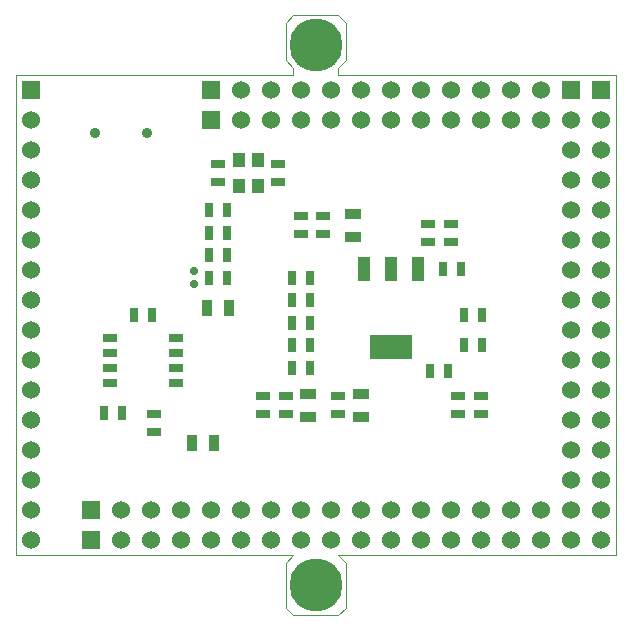
<source format=gbs>
G04 (created by PCBNEW (2013-07-07 BZR 4022)-stable) date 02/11/2014 17:15:00*
%MOIN*%
G04 Gerber Fmt 3.4, Leading zero omitted, Abs format*
%FSLAX34Y34*%
G01*
G70*
G90*
G04 APERTURE LIST*
%ADD10C,0.00590551*%
%ADD11C,0.00393701*%
%ADD12R,0.0433X0.0472*%
%ADD13R,0.025X0.045*%
%ADD14R,0.045X0.025*%
%ADD15R,0.144X0.08*%
%ADD16R,0.04X0.08*%
%ADD17R,0.035X0.055*%
%ADD18R,0.055X0.035*%
%ADD19R,0.05X0.025*%
%ADD20C,0.177165*%
%ADD21R,0.06X0.06*%
%ADD22C,0.06*%
%ADD23C,0.0275591*%
%ADD24C,0.0354*%
G04 APERTURE END LIST*
G54D10*
G54D11*
X10750Y0D02*
X20000Y0D01*
X11000Y-250D02*
X10750Y0D01*
X11000Y-1750D02*
X11000Y-250D01*
X10750Y-2000D02*
X11000Y-1750D01*
X9250Y-2000D02*
X10750Y-2000D01*
X9000Y-1750D02*
X9250Y-2000D01*
X9000Y-250D02*
X9000Y-1750D01*
X9250Y0D02*
X9000Y-250D01*
X0Y0D02*
X9250Y0D01*
X10750Y16000D02*
X20000Y16000D01*
X10750Y16250D02*
X10750Y16000D01*
X11000Y16500D02*
X10750Y16250D01*
X11000Y17750D02*
X11000Y16500D01*
X10750Y18000D02*
X11000Y17750D01*
X9250Y18000D02*
X10750Y18000D01*
X9000Y17750D02*
X9250Y18000D01*
X9000Y16500D02*
X9000Y17750D01*
X9250Y16250D02*
X9000Y16500D01*
X9250Y16000D02*
X9250Y16250D01*
X0Y16000D02*
X9250Y16000D01*
X20000Y16000D02*
X20000Y0D01*
X0Y0D02*
X0Y16000D01*
G54D12*
X7455Y12317D03*
X8085Y13183D03*
X7455Y13183D03*
X8085Y12317D03*
G54D13*
X6450Y10750D03*
X7050Y10750D03*
X9200Y7750D03*
X9800Y7750D03*
X9200Y7000D03*
X9800Y7000D03*
X9200Y9250D03*
X9800Y9250D03*
G54D14*
X6750Y12450D03*
X6750Y13050D03*
X8750Y13050D03*
X8750Y12450D03*
G54D13*
X9200Y8500D03*
X9800Y8500D03*
X15550Y8000D03*
X14950Y8000D03*
G54D14*
X13750Y11050D03*
X13750Y10450D03*
G54D13*
X14250Y9550D03*
X14850Y9550D03*
X9200Y6250D03*
X9800Y6250D03*
G54D14*
X15500Y4700D03*
X15500Y5300D03*
G54D13*
X13800Y6150D03*
X14400Y6150D03*
X6450Y9250D03*
X7050Y9250D03*
X6450Y11500D03*
X7050Y11500D03*
G54D14*
X9000Y4700D03*
X9000Y5300D03*
X10750Y4700D03*
X10750Y5300D03*
X8250Y4700D03*
X8250Y5300D03*
X9500Y11300D03*
X9500Y10700D03*
X10250Y11300D03*
X10250Y10700D03*
G54D13*
X6450Y10000D03*
X7050Y10000D03*
G54D14*
X14750Y4700D03*
X14750Y5300D03*
G54D13*
X15550Y7000D03*
X14950Y7000D03*
G54D14*
X14500Y11050D03*
X14500Y10450D03*
G54D15*
X12500Y6950D03*
G54D16*
X12500Y9550D03*
X13400Y9550D03*
X11600Y9550D03*
G54D17*
X5875Y3750D03*
X6625Y3750D03*
G54D18*
X9750Y4625D03*
X9750Y5375D03*
X11500Y4625D03*
X11500Y5375D03*
X11250Y10625D03*
X11250Y11375D03*
G54D17*
X6375Y8250D03*
X7125Y8250D03*
G54D19*
X3150Y5750D03*
X3150Y6250D03*
X3150Y6750D03*
X3150Y7250D03*
X5350Y7250D03*
X5350Y6750D03*
X5350Y6250D03*
X5350Y5750D03*
G54D14*
X4600Y4100D03*
X4600Y4700D03*
G54D13*
X4550Y8000D03*
X3950Y8000D03*
G54D20*
X10000Y17000D03*
X10000Y-1000D03*
G54D13*
X3550Y4750D03*
X2950Y4750D03*
G54D21*
X18500Y15500D03*
G54D22*
X18500Y14500D03*
X18500Y13500D03*
X18500Y12500D03*
X18500Y11500D03*
X18500Y10500D03*
X18500Y9500D03*
X18500Y8500D03*
X18500Y7500D03*
X18500Y6500D03*
X18500Y5500D03*
X18500Y4500D03*
X18500Y3500D03*
X18500Y2500D03*
X18500Y1500D03*
X18500Y500D03*
G54D21*
X19500Y15500D03*
G54D22*
X19500Y14500D03*
X19500Y13500D03*
X19500Y12500D03*
X19500Y11500D03*
X19500Y10500D03*
X19500Y9500D03*
X19500Y8500D03*
X19500Y7500D03*
X19500Y6500D03*
X19500Y5500D03*
X19500Y4500D03*
X19500Y3500D03*
X19500Y2500D03*
X19500Y1500D03*
X19500Y500D03*
G54D21*
X500Y15500D03*
G54D22*
X500Y14500D03*
X500Y13500D03*
X500Y12500D03*
X500Y11500D03*
X500Y10500D03*
X500Y9500D03*
X500Y8500D03*
X500Y7500D03*
X500Y6500D03*
X500Y5500D03*
X500Y4500D03*
X500Y3500D03*
X500Y2500D03*
X500Y1500D03*
X500Y500D03*
G54D21*
X6500Y15500D03*
G54D22*
X7500Y15500D03*
X8500Y15500D03*
X9500Y15500D03*
X10500Y15500D03*
X11500Y15500D03*
X12500Y15500D03*
X13500Y15500D03*
X14500Y15500D03*
X15500Y15500D03*
X16500Y15500D03*
X17500Y15500D03*
G54D21*
X2500Y1500D03*
G54D22*
X3500Y1500D03*
X4500Y1500D03*
X5500Y1500D03*
X6500Y1500D03*
X7500Y1500D03*
X8500Y1500D03*
X9500Y1500D03*
X10500Y1500D03*
X11500Y1500D03*
X12500Y1500D03*
X13500Y1500D03*
X14500Y1500D03*
X15500Y1500D03*
X16500Y1500D03*
X17500Y1500D03*
G54D21*
X2500Y500D03*
G54D22*
X3500Y500D03*
X4500Y500D03*
X5500Y500D03*
X6500Y500D03*
X7500Y500D03*
X8500Y500D03*
X9500Y500D03*
X10500Y500D03*
X11500Y500D03*
X12500Y500D03*
X13500Y500D03*
X14500Y500D03*
X15500Y500D03*
X16500Y500D03*
X17500Y500D03*
G54D21*
X6500Y14500D03*
G54D22*
X7500Y14500D03*
X8500Y14500D03*
X9500Y14500D03*
X10500Y14500D03*
X11500Y14500D03*
X12500Y14500D03*
X13500Y14500D03*
X14500Y14500D03*
X15500Y14500D03*
X16500Y14500D03*
X17500Y14500D03*
G54D23*
X5932Y9466D03*
X5932Y9033D03*
G54D24*
X4366Y14093D03*
X2634Y14093D03*
M02*

</source>
